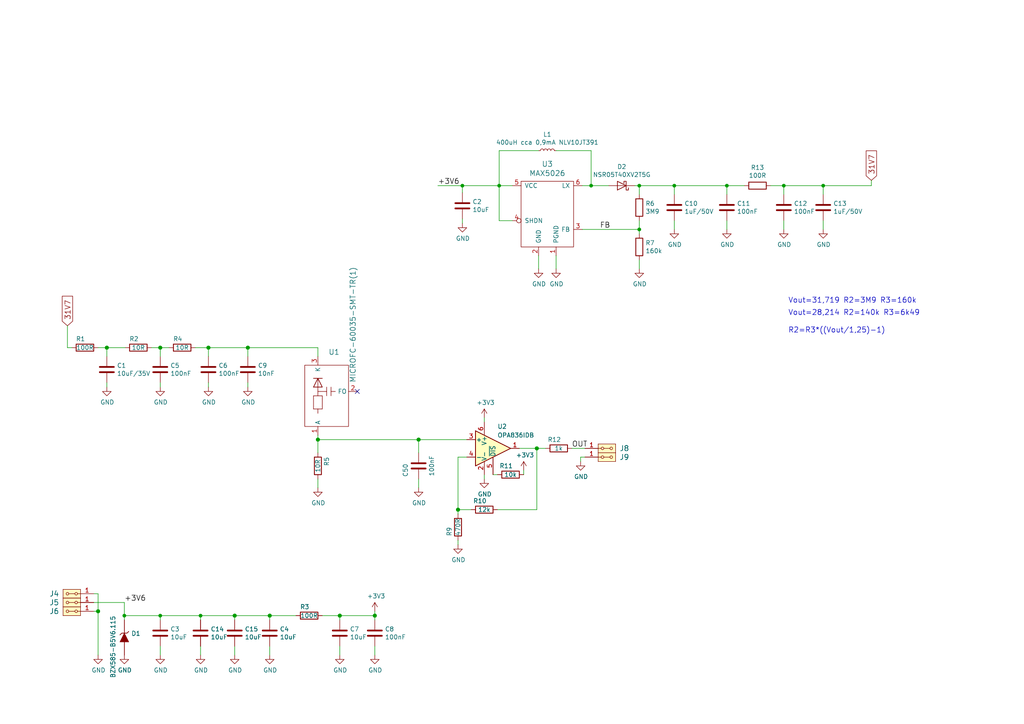
<source format=kicad_sch>
(kicad_sch (version 20211123) (generator eeschema)
  (paper "A4")
  (title_block (title "SIPM02C") (date "2022-04-02") (company "Mlab www.mlab.cz") (comment 2 "Silicon photomultiplier interface module") (comment 3 "nickname <email@example.com>"))
  (lib_symbols
    (symbol "Amplifier_Operational:OPA847xDBV" (pin_names (offset 0.127))
      (property "Reference" "U" (at -1.27 6.35 0))
      (property "Value" "OPA847xDBV" (at -1.27 3.81 0))
      (symbol "OPA847xDBV_0_1"
        (polyline (pts (xy -5.08 5.08) (xy 5.08 0) (xy -5.08 -5.08) (xy -5.08 5.08)) (stroke (width 0.254)) (fill (type background)))
        (pin power_in line (at -2.54 -7.62 90) (length 3.81) (name "V-") (number "2"))
        (pin power_in line (at -2.54 7.62 270) (length 3.81) (name "V+") (number "6"))
      )
      (symbol "OPA847xDBV_1_1"
        (pin output line (at 7.62 0 180) (length 2.54) (name "~") (number "1"))
        (pin input line (at -7.62 2.54 0) (length 2.54) (name "+") (number "3"))
        (pin input line (at -7.62 -2.54 0) (length 2.54) (name "-") (number "4"))
        (pin input line (at 0 -7.62 90) (length 5.08) (name "~{DIS}") (number "5"))
      )
    )
    (symbol "Device:C" (pin_numbers hide) (pin_names (offset 0.254))
      (property "Reference" "C" (at 0.635 2.54 0))
      (property "Value" "C" (at 0.635 -2.54 0))
      (symbol "C_0_1"
        (polyline (pts (xy -2.032 -0.762) (xy 2.032 -0.762)) (stroke (width 0.508)))
        (polyline (pts (xy -2.032 0.762) (xy 2.032 0.762)) (stroke (width 0.508)))
      )
      (symbol "C_1_1"
        (pin passive line (at 0 3.81 270) (length 2.794) (name "~") (number "1"))
        (pin passive line (at 0 -3.81 90) (length 2.794) (name "~") (number "2"))
      )
    )
    (symbol "Device:R" (pin_numbers hide) (pin_names (offset 0))
      (property "Reference" "R" (at 2.032 0 90))
      (property "Value" "R" (at 0 0 90))
      (symbol "R_0_1"
        (rectangle (start -1.016 -2.54) (end 1.016 2.54) (stroke (width 0.254)))
      )
      (symbol "R_1_1"
        (pin passive line (at 0 3.81 270) (length 1.27) (name "~") (number "1"))
        (pin passive line (at 0 -3.81 90) (length 1.27) (name "~") (number "2"))
      )
    )
    (symbol "MLAB_D:D_ZENER" (pin_numbers hide) (pin_names (offset 1.016) hide)
      (property "Reference" "D" (at 0 2.54 0))
      (property "Value" "D_ZENER" (at 0 -2.54 0))
      (symbol "D_ZENER_0_1"
        (polyline (pts (xy -1.778 1.27) (xy -1.27 0.762) (xy -1.27 -0.762) (xy -0.762 -1.27) (xy -0.762 -1.27)) (stroke (width 0.2032)))
        (polyline (pts (xy -1.27 0) (xy 1.27 1.27) (xy 1.27 -1.27) (xy -1.27 0) (xy -1.27 0)) (fill (type outline)))
      )
      (symbol "D_ZENER_1_1"
        (pin passive line (at -5.08 0 0) (length 3.81) (name "K") (number "1"))
        (pin passive line (at 5.08 0 180) (length 3.81) (name "A") (number "2"))
      )
    )
    (symbol "MLAB_HEADER:HEADER_2x01_PARALLEL" (pin_names (offset 1.016))
      (property "Reference" "J" (at 0 -2.54 0))
      (property "Value" "HEADER_2x01_PARALLEL" (at 0 2.54 0))
      (symbol "HEADER_2x01_PARALLEL_0_1"
        (rectangle (start -2.54 1.27) (end 2.54 -1.27) (fill (type background)))
        (circle (center -1.27 0) (radius 0.381))
        (polyline (pts (xy -1.651 0) (xy -2.54 0)))
        (polyline (pts (xy -0.889 0) (xy 0.889 0)))
        (circle (center 1.27 0) (radius 0.381))
      )
      (symbol "HEADER_2x01_PARALLEL_1_1"
        (pin input line (at -6.35 0 0) (length 3.81) (name "~") (number "1"))
        (pin input line (at -6.35 0 0) (length 3.81) hide (name "~") (number "2"))
      )
    )
    (symbol "MLAB_IO:MICROFC-60035-SMT-TR(1)"
      (property "Reference" "U" (at 12.7 -3.81 0))
      (property "Value" "MICROFC-60035-SMT-TR(1)" (at 24.13 -11.43 0))
      (symbol "MICROFC-60035-SMT-TR(1)_0_1"
        (rectangle (start -3.81 7.62) (end 8.89 -10.16))
        (rectangle (start -1.27 -1.27) (end 1.27 -1.27))
        (rectangle (start -1.27 2.54) (end -1.27 -1.27))
        (rectangle (start 0 -3.81) (end 0 -1.27))
        (rectangle (start 0 -2.54) (end 2.54 -2.54))
        (rectangle (start 0 2.54) (end 0 3.81))
        (rectangle (start 1.27 2.54) (end -1.27 2.54))
        (rectangle (start 1.27 2.54) (end 1.27 -1.27))
        (rectangle (start 2.54 -2.54) (end 2.54 -3.81))
        (rectangle (start 2.54 -1.27) (end 2.54 -2.54))
        (rectangle (start 3.81 -2.54) (end 5.08 -2.54))
        (rectangle (start 3.81 -1.27) (end 3.81 -3.81))
      )
      (symbol "MICROFC-60035-SMT-TR(1)_1_1"
        (polyline (pts (xy -1.27 -6.35) (xy 1.27 -6.35)) (stroke (width 0.2032)))
        (polyline (pts (xy 0 -3.81) (xy 0 -6.35)))
        (polyline (pts (xy -1.27 -3.81) (xy 1.27 -3.81) (xy 0 -6.35) (xy -1.27 -3.81)) (stroke (width 0.2032)))
        (pin passive line (at 0 10.16 270) (length 2.54) (name "A") (number "1"))
        (pin passive line (at 11.43 -2.54 180) (length 2.54) (name "FO") (number "2"))
        (pin passive line (at 0 -12.7 90) (length 2.54) (name "K") (number "3"))
        (pin passive line (at 5.08 -3.81 270) (length 2.54) hide (name "NC") (number "4"))
      )
    )
    (symbol "STEPUPDC01A-rescue:C-Device" (pin_numbers hide) (pin_names (offset 0.254))
      (property "Reference" "C" (at 0.635 2.54 0))
      (property "Value" "C-Device" (at 0.635 -2.54 0))
      (symbol "C-Device_0_1"
        (polyline (pts (xy -2.032 -0.762) (xy 2.032 -0.762)) (stroke (width 0.508)))
        (polyline (pts (xy -2.032 0.762) (xy 2.032 0.762)) (stroke (width 0.508)))
      )
      (symbol "C-Device_1_1"
        (pin passive line (at 0 3.81 270) (length 2.794) (name "~") (number "1"))
        (pin passive line (at 0 -3.81 90) (length 2.794) (name "~") (number "2"))
      )
    )
    (symbol "STEPUPDC01A-rescue:D_Schottky-Device" (pin_numbers hide) (pin_names (offset 1.016) hide)
      (property "Reference" "D" (at 0 2.54 0))
      (property "Value" "D_Schottky-Device" (at 0 -2.54 0))
      (symbol "D_Schottky-Device_0_1"
        (polyline (pts (xy 1.27 0) (xy -1.27 0)))
        (polyline (pts (xy 1.27 1.27) (xy 1.27 -1.27) (xy -1.27 0) (xy 1.27 1.27)) (stroke (width 0.2032)))
        (polyline (pts (xy -1.905 0.635) (xy -1.905 1.27) (xy -1.27 1.27) (xy -1.27 -1.27) (xy -0.635 -1.27) (xy -0.635 -0.635)) (stroke (width 0.2032)))
      )
      (symbol "D_Schottky-Device_1_1"
        (pin passive line (at -3.81 0 0) (length 2.54) (name "K") (number "1"))
        (pin passive line (at 3.81 0 180) (length 2.54) (name "A") (number "2"))
      )
    )
    (symbol "STEPUPDC01A-rescue:GND-power" (power) (pin_names (offset 0))
      (property "Value" "GND-power" (at 0 -3.81 0))
      (symbol "GND-power_0_1"
        (polyline (pts (xy 0 0) (xy 0 -1.27) (xy 1.27 -1.27) (xy 0 -2.54) (xy -1.27 -1.27) (xy 0 -1.27)))
      )
      (symbol "GND-power_1_1"
        (pin power_in line (at 0 0 270) (length 0) hide (name "GND") (number "1"))
      )
    )
    (symbol "STEPUPDC01A-rescue:L_Small-Device" (pin_numbers hide) (pin_names (offset 0.254) hide)
      (property "Reference" "L" (at 0.762 1.016 0))
      (property "Value" "L_Small-Device" (at 0.762 -1.016 0))
      (symbol "L_Small-Device_0_1"
        (arc (start 0 -2.032) (mid 0.508 -1.524) (end 0 -1.016))
        (arc (start 0 -1.016) (mid 0.508 -0.508) (end 0 0))
        (arc (start 0 0) (mid 0.508 0.508) (end 0 1.016))
        (arc (start 0 1.016) (mid 0.508 1.524) (end 0 2.032))
      )
      (symbol "L_Small-Device_1_1"
        (pin passive line (at 0 2.54 270) (length 0.508) (name "~") (number "1"))
        (pin passive line (at 0 -2.54 90) (length 0.508) (name "~") (number "2"))
      )
    )
    (symbol "STEPUPDC01A-rescue:MAX5026-MLAB_IO" (pin_names (offset 1.016))
      (property "Reference" "U" (at -5.08 10.16 0))
      (property "Value" "MAX5026-MLAB_IO" (at 1.27 2.54 0))
      (symbol "MAX5026-MLAB_IO_0_1"
        (rectangle (start -7.62 8.89) (end 7.62 -10.16))
      )
      (symbol "MAX5026-MLAB_IO_1_1"
        (pin unspecified line (at 2.54 -12.7 90) (length 2.54) (name "PGND") (number "1"))
        (pin unspecified line (at -2.54 -12.7 90) (length 2.54) (name "GND") (number "2"))
        (pin unspecified line (at 10.16 -5.08 180) (length 2.54) (name "FB") (number "3"))
        (pin unspecified inverted (at -10.16 -2.54 0) (length 2.54) (name "SHDN") (number "4"))
        (pin unspecified line (at -10.16 7.62 0) (length 2.54) (name "VCC") (number "5"))
        (pin unspecified line (at 10.16 7.62 180) (length 2.54) (name "LX") (number "6"))
      )
    )
    (symbol "STEPUPDC01A-rescue:R-Device" (pin_numbers hide) (pin_names (offset 0))
      (property "Reference" "R" (at 2.032 0 90))
      (property "Value" "R-Device" (at 0 0 90))
      (symbol "R-Device_0_1"
        (rectangle (start -1.016 -2.54) (end 1.016 2.54) (stroke (width 0.254)))
      )
      (symbol "R-Device_1_1"
        (pin passive line (at 0 3.81 270) (length 1.27) (name "~") (number "1"))
        (pin passive line (at 0 -3.81 90) (length 1.27) (name "~") (number "2"))
      )
    )
    (symbol "power:+3.3V" (power) (pin_names (offset 0))
      (property "Value" "+3.3V" (at 0 3.556 0))
      (symbol "+3.3V_0_1"
        (polyline (pts (xy -0.762 1.27) (xy 0 2.54)))
        (polyline (pts (xy 0 0) (xy 0 2.54)))
        (polyline (pts (xy 0 2.54) (xy 0.762 1.27)))
      )
      (symbol "+3.3V_1_1"
        (pin power_in line (at 0 0 90) (length 0) hide (name "+3V3") (number "1"))
      )
    )
    (symbol "power:GND" (power) (pin_names (offset 0))
      (property "Value" "GND" (at 0 -3.81 0))
      (symbol "GND_0_1"
        (polyline (pts (xy 0 0) (xy 0 -1.27) (xy 1.27 -1.27) (xy 0 -2.54) (xy -1.27 -1.27) (xy 0 -1.27)))
      )
      (symbol "GND_1_1"
        (pin power_in line (at 0 0 270) (length 0) hide (name "GND") (number "1"))
      )
    )
  )
  (junction (at 195.58 53.848))
  (junction (at 227.33 53.848))
  (junction (at 185.42 66.548))
  (junction (at 121.412 127.508) (diameter 1.016))
  (junction (at 60.452 100.838) (diameter 1.016))
  (junction (at 144.78 53.848))
  (junction (at 98.552 178.562) (diameter 1.016))
  (junction (at 134.112 53.848))
  (junction (at 68.072 178.562) (diameter 1.016))
  (junction (at 30.988 100.838) (diameter 1.016))
  (junction (at 185.42 53.848))
  (junction (at 46.482 100.838) (diameter 1.016))
  (junction (at 238.76 53.848))
  (junction (at 92.202 127.508) (diameter 1.016))
  (junction (at 210.82 53.848))
  (junction (at 36.068 178.562))
  (junction (at 155.702 130.048) (diameter 1.016))
  (junction (at 78.232 178.562) (diameter 1.016))
  (junction (at 132.842 147.828) (diameter 1.016))
  (junction (at 171.45 53.848))
  (junction (at 46.482 178.562))
  (junction (at 28.448 177.292) (diameter 1.016))
  (junction (at 108.712 178.562) (diameter 1.016))
  (junction (at 58.166 178.562))
  (junction (at 71.882 100.838) (diameter 1.016))
  (no_connect (at 103.632 113.538))
  (wire (pts (xy 168.91 66.548) (xy 185.42 66.548)))
  (wire (pts (xy 185.42 53.848) (xy 185.42 56.388)))
  (wire (pts (xy 46.482 103.378) (xy 46.482 100.838)))
  (wire (pts (xy 71.882 112.268) (xy 71.882 110.998)))
  (wire (pts (xy 19.558 94.488) (xy 19.558 100.838)))
  (wire (pts (xy 30.988 112.268) (xy 30.988 110.998)))
  (wire (pts (xy 132.842 157.988) (xy 132.842 156.718)))
  (wire (pts (xy 165.862 130.048) (xy 169.672 130.048)))
  (wire (pts (xy 210.82 56.388) (xy 210.82 53.848)))
  (wire (pts (xy 151.892 137.668) (xy 151.892 136.398)))
  (wire (pts (xy 78.232 178.562) (xy 68.072 178.562)))
  (wire (pts (xy 227.33 56.388) (xy 227.33 53.848)))
  (wire (pts (xy 227.33 66.548) (xy 227.33 64.008)))
  (wire (pts (xy 252.73 53.848) (xy 238.76 53.848)))
  (wire (pts (xy 195.58 66.548) (xy 195.58 64.008)))
  (wire (pts (xy 85.852 178.562) (xy 78.232 178.562)))
  (wire (pts (xy 60.452 100.838) (xy 71.882 100.838)))
  (wire (pts (xy 92.202 127.508) (xy 92.202 131.318)))
  (wire (pts (xy 161.29 77.978) (xy 161.29 74.168)))
  (wire (pts (xy 92.202 127.508) (xy 121.412 127.508)))
  (wire (pts (xy 144.272 147.828) (xy 155.702 147.828)))
  (wire (pts (xy 143.002 137.668) (xy 144.272 137.668)))
  (wire (pts (xy 144.78 53.848) (xy 144.78 64.008)))
  (wire (pts (xy 144.78 53.848) (xy 134.112 53.848)))
  (wire (pts (xy 195.58 53.848) (xy 210.82 53.848)))
  (wire (pts (xy 150.622 130.048) (xy 155.702 130.048)))
  (wire (pts (xy 171.45 43.688) (xy 171.45 53.848)))
  (wire (pts (xy 28.448 177.292) (xy 28.448 189.992)))
  (wire (pts (xy 92.202 141.478) (xy 92.202 138.938)))
  (wire (pts (xy 108.712 189.992) (xy 108.712 187.452)))
  (wire (pts (xy 20.828 100.838) (xy 19.558 100.838)))
  (wire (pts (xy 135.382 132.588) (xy 132.842 132.588)))
  (wire (pts (xy 144.78 53.848) (xy 148.59 53.848)))
  (wire (pts (xy 136.652 147.828) (xy 132.842 147.828)))
  (wire (pts (xy 121.412 127.508) (xy 135.382 127.508)))
  (wire (pts (xy 36.068 178.562) (xy 46.482 178.562)))
  (wire (pts (xy 36.068 178.562) (xy 36.068 179.832)))
  (wire (pts (xy 36.068 174.752) (xy 36.068 178.562)))
  (wire (pts (xy 43.942 100.838) (xy 46.482 100.838)))
  (wire (pts (xy 223.52 53.848) (xy 227.33 53.848)))
  (wire (pts (xy 58.166 179.832) (xy 58.166 178.562)))
  (wire (pts (xy 156.21 43.688) (xy 144.78 43.688)))
  (wire (pts (xy 140.462 122.428) (xy 140.462 121.158)))
  (wire (pts (xy 60.452 112.268) (xy 60.452 110.998)))
  (wire (pts (xy 71.882 103.378) (xy 71.882 100.838)))
  (wire (pts (xy 168.402 132.588) (xy 168.402 133.858)))
  (wire (pts (xy 60.452 103.378) (xy 60.452 100.838)))
  (wire (pts (xy 71.882 100.838) (xy 92.202 100.838)))
  (wire (pts (xy 184.15 53.848) (xy 185.42 53.848)))
  (wire (pts (xy 171.45 53.848) (xy 176.53 53.848)))
  (wire (pts (xy 169.672 132.588) (xy 168.402 132.588)))
  (wire (pts (xy 28.448 172.212) (xy 28.448 177.292)))
  (wire (pts (xy 168.91 53.848) (xy 171.45 53.848)))
  (wire (pts (xy 108.712 178.562) (xy 108.712 179.832)))
  (wire (pts (xy 140.462 138.938) (xy 140.462 137.668)))
  (wire (pts (xy 93.472 178.562) (xy 98.552 178.562)))
  (wire (pts (xy 134.112 53.848) (xy 134.112 55.88)))
  (wire (pts (xy 252.73 53.848) (xy 252.73 52.324)))
  (wire (pts (xy 78.232 189.992) (xy 78.232 187.452)))
  (wire (pts (xy 210.82 53.848) (xy 215.9 53.848)))
  (wire (pts (xy 46.482 100.838) (xy 49.022 100.838)))
  (wire (pts (xy 58.166 178.562) (xy 68.072 178.562)))
  (wire (pts (xy 144.78 64.008) (xy 148.59 64.008)))
  (wire (pts (xy 46.482 110.998) (xy 46.482 112.268)))
  (wire (pts (xy 134.112 64.77) (xy 134.112 63.5)))
  (wire (pts (xy 27.178 174.752) (xy 36.068 174.752)))
  (wire (pts (xy 185.42 66.548) (xy 185.42 67.818)))
  (wire (pts (xy 46.482 178.562) (xy 58.166 178.562)))
  (wire (pts (xy 78.232 178.562) (xy 78.232 179.832)))
  (wire (pts (xy 238.76 66.548) (xy 238.76 64.008)))
  (wire (pts (xy 121.412 127.508) (xy 121.412 131.318)))
  (wire (pts (xy 185.42 64.008) (xy 185.42 66.548)))
  (wire (pts (xy 46.482 179.832) (xy 46.482 178.562)))
  (wire (pts (xy 30.988 100.838) (xy 36.322 100.838)))
  (wire (pts (xy 144.78 43.688) (xy 144.78 53.848)))
  (wire (pts (xy 210.82 66.548) (xy 210.82 64.008)))
  (wire (pts (xy 161.29 43.688) (xy 171.45 43.688)))
  (wire (pts (xy 155.702 147.828) (xy 155.702 130.048)))
  (wire (pts (xy 227.33 53.848) (xy 238.76 53.848)))
  (wire (pts (xy 195.58 56.388) (xy 195.58 53.848)))
  (wire (pts (xy 98.552 179.832) (xy 98.552 178.562)))
  (wire (pts (xy 92.202 127.508) (xy 92.202 126.238)))
  (wire (pts (xy 56.642 100.838) (xy 60.452 100.838)))
  (wire (pts (xy 185.42 75.438) (xy 185.42 77.978)))
  (wire (pts (xy 27.178 177.292) (xy 28.448 177.292)))
  (wire (pts (xy 98.552 189.992) (xy 98.552 187.452)))
  (wire (pts (xy 132.842 147.828) (xy 132.842 149.098)))
  (wire (pts (xy 155.702 130.048) (xy 158.242 130.048)))
  (wire (pts (xy 46.482 189.992) (xy 46.482 187.452)))
  (wire (pts (xy 58.166 189.992) (xy 58.166 187.452)))
  (wire (pts (xy 156.21 77.978) (xy 156.21 74.168)))
  (wire (pts (xy 132.842 132.588) (xy 132.842 147.828)))
  (wire (pts (xy 98.552 178.562) (xy 108.712 178.562)))
  (wire (pts (xy 238.76 53.848) (xy 238.76 56.388)))
  (wire (pts (xy 28.448 100.838) (xy 30.988 100.838)))
  (wire (pts (xy 121.412 141.478) (xy 121.412 138.938)))
  (wire (pts (xy 127 53.848) (xy 134.112 53.848)))
  (wire (pts (xy 68.072 189.992) (xy 68.072 187.452)))
  (wire (pts (xy 68.072 178.562) (xy 68.072 179.832)))
  (wire (pts (xy 30.988 103.378) (xy 30.988 100.838)))
  (wire (pts (xy 27.178 172.212) (xy 28.448 172.212)))
  (wire (pts (xy 185.42 53.848) (xy 195.58 53.848)))
  (wire (pts (xy 92.202 100.838) (xy 92.202 103.378)))
  (wire (pts (xy 108.712 177.292) (xy 108.712 178.562)))
  (text "Vout=28,214 R2=140k R3=6k49" (at 228.6 91.694 0) (effects (font (size 1.524 1.524)) (justify left bottom)))
  (text "R2=R3*((Vout/1,25)-1)" (at 228.6 96.774 0) (effects (font (size 1.524 1.524)) (justify left bottom)))
  (text "Vout=31,719 R2=3M9 R3=160k" (at 228.6 88.138 0) (effects (font (size 1.524 1.524)) (justify left bottom)))
  (label "+3V6" (at 127 53.848 0) (effects (font (size 1.524 1.524))))
  (label "FB" (at 173.99 66.548 0) (effects (font (size 1.524 1.524))))
  (label "OUT" (at 165.862 130.048 0) (effects (font (size 1.524 1.524))))
  (label "+3V6" (at 36.068 174.752 0) (effects (font (size 1.524 1.524))))
  (global_label "31V7" (shape input) (at 252.73 52.324 90) (effects (font (size 1.524 1.524))) (property "Intersheet References" "${INTERSHEET_REFS}" (effects hide)))
  (global_label "31V7" (shape input) (at 19.558 94.488 90) (effects (font (size 1.524 1.524))) (property "Intersheet References" "${INTERSHEET_REFS}" (effects hide)))
  (symbol (lib_id "MLAB_IO:MICROFC-60035-SMT-TR(1)") (at 92.202 116.078 0) (mirror x) (unit 1)
    (property "Reference" "U1" (at 98.552 102.108 0) (effects (font (size 1.524 1.524)) (justify right)))
    (property "Value" "MICROFC-60035-SMT-TR(1)" (at 102.362 110.998 90) (effects (font (size 1.524 1.524)) (justify right)))
    (property "Footprint" "Mlab_IO:MicroFC−60035−SMT" (effects hide))
    (property "UST_ID" "60f907411287500165a96c1e" (effects hide))
  )
  (symbol (lib_id "Device:R") (at 24.638 100.838 270) (unit 1)
    (property "Reference" "R1" (at 23.368 98.298 90))
    (property "Value" "100R" (at 24.638 100.838 90))
    (property "Footprint" "Resistor_SMD:R_0805_2012Metric" (effects hide))
    (property "UST_ID" "5c70984512875079b91f8977" (effects hide))
  )
  (symbol (lib_id "Device:R") (at 40.132 100.838 270) (unit 1)
    (property "Reference" "R2" (at 38.862 98.298 90))
    (property "Value" "10R" (at 40.132 100.838 90))
    (property "Footprint" "Resistor_SMD:R_0805_2012Metric" (effects hide))
    (property "UST_ID" "5c70984512875079b91f896d" (effects hide))
  )
  (symbol (lib_id "Device:C") (at 46.482 107.188 0) (unit 1)
    (property "Reference" "C5" (at 49.403 106.0196 0) (effects (justify left)))
    (property "Value" "100nF" (at 49.403 108.331 0) (effects (justify left)))
    (property "Footprint" "Capacitor_SMD:C_0805_2012Metric" (effects hide))
    (property "UST_ID" "5c70984712875079b91f8b4c" (effects hide))
  )
  (symbol (lib_id "Device:R") (at 52.832 100.838 270) (unit 1)
    (property "Reference" "R4" (at 51.562 98.298 90))
    (property "Value" "10R" (at 52.832 100.838 90))
    (property "Footprint" "Resistor_SMD:R_0805_2012Metric" (effects hide))
    (property "UST_ID" "5c70984512875079b91f896d" (effects hide))
  )
  (symbol (lib_id "Device:C") (at 60.452 107.188 0) (unit 1)
    (property "Reference" "C6" (at 63.373 106.0196 0) (effects (justify left)))
    (property "Value" "100nF" (at 63.373 108.331 0) (effects (justify left)))
    (property "Footprint" "Capacitor_SMD:C_0805_2012Metric" (effects hide))
    (property "UST_ID" "5c70984712875079b91f8b4c" (effects hide))
  )
  (symbol (lib_id "Device:C") (at 71.882 107.188 0) (unit 1)
    (property "Reference" "C9" (at 74.803 106.0196 0) (effects (justify left)))
    (property "Value" "10nF" (at 74.803 108.331 0) (effects (justify left)))
    (property "Footprint" "Capacitor_SMD:C_0805_2012Metric" (effects hide))
    (property "UST_ID" "5c70984712875079b91f8b49" (effects hide))
  )
  (symbol (lib_id "power:GND") (at 30.988 112.268 0) (unit 1)
    (property "Reference" "#PWR05" (effects hide))
    (property "Value" "GND" (at 31.115 116.6622 0))
  )
  (symbol (lib_id "power:GND") (at 46.482 112.268 0) (unit 1)
    (property "Reference" "#PWR09" (effects hide))
    (property "Value" "GND" (at 46.609 116.6622 0))
  )
  (symbol (lib_id "power:GND") (at 60.452 112.268 0) (unit 1)
    (property "Reference" "#PWR010" (effects hide))
    (property "Value" "GND" (at 60.579 116.6622 0))
  )
  (symbol (lib_id "power:GND") (at 71.882 112.268 0) (unit 1)
    (property "Reference" "#PWR014" (effects hide))
    (property "Value" "GND" (at 72.009 116.6622 0))
  )
  (symbol (lib_id "MLAB_HEADER:HEADER_2x01_PARALLEL") (at 20.828 172.212 180) (unit 1)
    (property "Reference" "J4" (at 15.748 172.212 0) (effects (font (size 1.524 1.524))))
    (property "Value" "HEADER_2x01_PARALLEL" (effects hide))
    (property "Footprint" "Mlab_Pin_Headers:Straight_2x01" (effects hide))
  )
  (symbol (lib_id "Device:R") (at 92.202 135.128 180) (unit 1)
    (property "Reference" "R5" (at 94.742 133.858 90))
    (property "Value" "10R" (at 92.202 135.128 90))
    (property "Footprint" "Resistor_SMD:R_0805_2012Metric" (effects hide))
    (property "UST_ID" "5c70984512875079b91f896d" (effects hide))
  )
  (symbol (lib_id "power:GND") (at 68.072 189.992 0) (unit 1)
    (property "Reference" "#PWR07" (effects hide))
    (property "Value" "GND" (at 68.199 194.3862 0))
  )
  (symbol (lib_id "MLAB_HEADER:HEADER_2x01_PARALLEL") (at 176.022 132.588 0) (unit 1)
    (property "Reference" "J9" (at 181.102 132.588 0) (effects (font (size 1.524 1.524))))
    (property "Value" "HEADER_2x01_PARALLEL" (effects hide))
    (property "Footprint" "Mlab_Pin_Headers:Straight_2x01" (effects hide))
  )
  (symbol (lib_id "power:GND") (at 168.402 133.858 0) (unit 1)
    (property "Reference" "#PWR022" (effects hide))
    (property "Value" "GND" (at 168.529 138.2522 0))
  )
  (symbol (lib_id "Device:C") (at 121.412 135.128 0) (unit 1)
    (property "Reference" "C50" (at 117.602 136.398 90))
    (property "Value" "100nF" (at 125.222 135.128 90))
    (property "Footprint" "Capacitor_SMD:C_0805_2012Metric" (effects hide))
    (property "UST_ID" "5c70984712875079b91f8b4c" (effects hide))
  )
  (symbol (lib_id "Amplifier_Operational:OPA847xDBV") (at 143.002 130.048 0) (unit 1)
    (property "Reference" "U2" (at 144.272 123.698 0) (effects (justify left)))
    (property "Value" "OPA836IDB" (at 144.272 126.238 0) (effects (justify left)))
    (property "Footprint" "Package_TO_SOT_SMD:SOT-23-6" (effects hide))
    (property "Datasheet" "http://www.ti.com/lit/ds/symlink/opa847.pdf" (effects hide))
    (property "UST_ID" "5c7273171287500b4e112ff8" (effects hide))
  )
  (symbol (lib_id "Device:R") (at 132.842 152.908 0) (unit 1)
    (property "Reference" "R9" (at 130.302 154.178 90))
    (property "Value" "470R" (at 132.842 152.908 90))
    (property "Footprint" "Resistor_SMD:R_0805_2012Metric" (effects hide))
    (property "UST_ID" "5c70984512875079b91f8986" (effects hide))
  )
  (symbol (lib_id "power:GND") (at 140.462 138.938 0) (unit 1)
    (property "Reference" "#PWR020" (effects hide))
    (property "Value" "GND" (at 140.589 143.3322 0))
  )
  (symbol (lib_id "Device:R") (at 148.082 137.668 270) (unit 1)
    (property "Reference" "R11" (at 146.812 135.128 90))
    (property "Value" "10k" (at 148.082 137.668 90))
    (property "Footprint" "Resistor_SMD:R_0805_2012Metric" (effects hide))
    (property "UST_ID" "5c70984612875079b91f899f" (effects hide))
  )
  (symbol (lib_id "Device:R") (at 140.462 147.828 270) (unit 1)
    (property "Reference" "R10" (at 139.192 145.288 90))
    (property "Value" "12k" (at 140.462 147.828 90))
    (property "Footprint" "Resistor_SMD:R_0805_2012Metric" (effects hide))
    (property "UST_ID" "5c70984612875079b91f89a1" (effects hide))
  )
  (symbol (lib_id "power:GND") (at 132.842 157.988 0) (unit 1)
    (property "Reference" "#PWR018" (effects hide))
    (property "Value" "GND" (at 132.969 162.3822 0))
  )
  (symbol (lib_id "Device:R") (at 162.052 130.048 270) (unit 1)
    (property "Reference" "R12" (at 160.782 127.508 90))
    (property "Value" "1k" (at 162.052 130.048 90))
    (property "Footprint" "Resistor_SMD:R_0805_2012Metric" (effects hide))
    (property "UST_ID" "5c70984512875079b91f898c" (effects hide))
  )
  (symbol (lib_id "power:+3.3V") (at 151.892 136.398 0) (unit 1)
    (property "Reference" "#PWR021" (effects hide))
    (property "Value" "+3.3V" (at 152.273 132.0038 0))
  )
  (symbol (lib_id "power:+3.3V") (at 140.462 121.158 0) (unit 1)
    (property "Reference" "#PWR019" (effects hide))
    (property "Value" "+3.3V" (at 140.843 116.7638 0))
  )
  (symbol (lib_id "power:GND") (at 121.412 141.478 0) (unit 1)
    (property "Reference" "#PWR017" (effects hide))
    (property "Value" "GND" (at 121.539 145.8722 0))
  )
  (symbol (lib_id "Device:C") (at 78.232 183.642 0) (unit 1)
    (property "Reference" "C4" (at 81.153 182.4736 0) (effects (justify left)))
    (property "Value" "10uF" (at 81.153 184.785 0) (effects (justify left)))
    (property "Footprint" "Capacitor_SMD:C_0805_2012Metric" (effects hide))
    (property "UST_ID" "5c70984712875079b91f8b53" (effects hide))
  )
  (symbol (lib_id "Device:C") (at 108.712 183.642 0) (unit 1)
    (property "Reference" "C8" (at 111.633 182.4736 0) (effects (justify left)))
    (property "Value" "100nF" (at 111.633 184.785 0) (effects (justify left)))
    (property "Footprint" "Capacitor_SMD:C_0805_2012Metric" (effects hide))
    (property "UST_ID" "5c70984712875079b91f8b4c" (effects hide))
  )
  (symbol (lib_id "Device:C") (at 98.552 183.642 0) (unit 1)
    (property "Reference" "C7" (at 101.473 182.4736 0) (effects (justify left)))
    (property "Value" "10uF" (at 101.473 184.785 0) (effects (justify left)))
    (property "Footprint" "Capacitor_SMD:C_0805_2012Metric" (effects hide))
    (property "UST_ID" "5c70984712875079b91f8b53" (effects hide))
  )
  (symbol (lib_id "Device:R") (at 89.662 178.562 270) (unit 1)
    (property "Reference" "R3" (at 88.392 176.022 90))
    (property "Value" "100R" (at 89.662 178.562 90))
    (property "Footprint" "Resistor_SMD:R_0805_2012Metric" (effects hide))
    (property "UST_ID" "5c70984512875079b91f8977" (effects hide))
  )
  (symbol (lib_id "power:+3.3V") (at 108.712 177.292 0) (unit 1)
    (property "Reference" "#PWR012" (effects hide))
    (property "Value" "+3.3V" (at 109.093 172.8978 0))
  )
  (symbol (lib_id "power:GND") (at 78.232 189.992 0) (unit 1)
    (property "Reference" "#PWR08" (effects hide))
    (property "Value" "GND" (at 78.359 194.3862 0))
  )
  (symbol (lib_id "power:GND") (at 98.552 189.992 0) (unit 1)
    (property "Reference" "#PWR011" (effects hide))
    (property "Value" "GND" (at 98.679 194.3862 0))
  )
  (symbol (lib_id "power:GND") (at 108.712 189.992 0) (unit 1)
    (property "Reference" "#PWR013" (effects hide))
    (property "Value" "GND" (at 108.839 194.3862 0))
  )
  (symbol (lib_id "MLAB_HEADER:HEADER_2x01_PARALLEL") (at 176.022 130.048 0) (unit 1)
    (property "Reference" "J8" (at 181.102 130.048 0) (effects (font (size 1.524 1.524))))
    (property "Value" "HEADER_2x01_PARALLEL" (effects hide))
    (property "Footprint" "Mlab_Pin_Headers:Straight_2x01" (effects hide))
  )
  (symbol (lib_id "power:GND") (at 36.068 189.992 0) (unit 1)
    (property "Reference" "#PWR04" (effects hide))
    (property "Value" "GND" (at 36.195 194.3862 0))
  )
  (symbol (lib_id "MLAB_HEADER:HEADER_2x01_PARALLEL") (at 20.828 174.752 180) (unit 1)
    (property "Reference" "J5" (at 15.748 174.752 0) (effects (font (size 1.524 1.524))))
    (property "Value" "HEADER_2x01_PARALLEL" (effects hide))
    (property "Footprint" "Mlab_Pin_Headers:Straight_2x01" (effects hide))
  )
  (symbol (lib_id "power:GND") (at 28.448 189.992 0) (unit 1)
    (property "Reference" "#PWR03" (effects hide))
    (property "Value" "GND" (at 28.575 194.3862 0))
  )
  (symbol (lib_id "MLAB_HEADER:HEADER_2x01_PARALLEL") (at 20.828 177.292 180) (unit 1)
    (property "Reference" "J6" (at 15.748 177.292 0) (effects (font (size 1.524 1.524))))
    (property "Value" "HEADER_2x01_PARALLEL" (effects hide))
    (property "Footprint" "Mlab_Pin_Headers:Straight_2x01" (effects hide))
  )
  (symbol (lib_id "power:GND") (at 92.202 141.478 0) (unit 1)
    (property "Reference" "#PWR015" (effects hide))
    (property "Value" "GND" (at 92.329 145.8722 0))
  )
  (symbol (lib_id "STEPUPDC01A-rescue:GND-power") (at 161.29 77.978 0) (unit 1)
    (property "Reference" "#PWR06" (effects hide))
    (property "Value" "GND" (at 161.417 82.3722 0))
  )
  (symbol (lib_id "Device:C") (at 68.072 183.642 0) (unit 1)
    (property "Reference" "C15" (at 70.993 182.4736 0) (effects (justify left)))
    (property "Value" "10uF" (at 70.993 184.785 0) (effects (justify left)))
    (property "Footprint" "Capacitor_SMD:C_0805_2012Metric" (effects hide))
    (property "UST_ID" "5c70984712875079b91f8b53" (effects hide))
  )
  (symbol (lib_id "STEPUPDC01A-rescue:R-Device") (at 185.42 60.198 0) (unit 1)
    (property "Reference" "R6" (at 187.198 59.0296 0) (effects (justify left)))
    (property "Value" "3M9" (at 187.198 61.341 0) (effects (justify left)))
    (property "Footprint" "Resistor_SMD:R_0805_2012Metric" (effects hide))
    (property "UST_ID" "62c7d4f48c8e243169d1938e" (effects hide))
  )
  (symbol (lib_id "STEPUPDC01A-rescue:C-Device") (at 227.33 60.198 0) (unit 1)
    (property "Reference" "C12" (at 230.251 59.0296 0) (effects (justify left)))
    (property "Value" "100nF" (at 230.251 61.341 0) (effects (justify left)))
    (property "Footprint" "Capacitor_SMD:C_0805_2012Metric" (effects hide))
    (property "UST_ID" "5c70984712875079b91f8b4c" (effects hide))
  )
  (symbol (lib_id "STEPUPDC01A-rescue:D_Schottky-Device") (at 180.34 53.848 180) (unit 1)
    (property "Reference" "D2" (at 180.34 48.3616 0))
    (property "Value" "NSR05T40XV2T5G" (at 180.34 50.673 0))
    (property "Footprint" "Diode_SMD:D_SOD-523" (effects hide))
    (property "Datasheet" "https://www.onsemi.com/pdf/datasheet/nsr05t40xv2-d.pdf" (effects hide))
    (property "UST_ID" "5c70984712875079b91f8b7b" (effects hide))
  )
  (symbol (lib_id "STEPUPDC01A-rescue:GND-power") (at 238.76 66.548 0) (unit 1)
    (property "Reference" "#PWR027" (effects hide))
    (property "Value" "GND" (at 238.887 70.9422 0))
  )
  (symbol (lib_id "Device:C") (at 46.482 183.642 0) (unit 1)
    (property "Reference" "C3" (at 49.403 182.4736 0) (effects (justify left)))
    (property "Value" "10uF" (at 49.403 184.785 0) (effects (justify left)))
    (property "Footprint" "Capacitor_SMD:C_0805_2012Metric" (effects hide))
    (property "UST_ID" "5c70984712875079b91f8b53" (effects hide))
  )
  (symbol (lib_id "power:GND") (at 58.166 189.992 0) (unit 1)
    (property "Reference" "#PWR0101" (effects hide))
    (property "Value" "GND" (at 58.293 194.3862 0))
  )
  (symbol (lib_id "STEPUPDC01A-rescue:GND-power") (at 195.58 66.548 0) (unit 1)
    (property "Reference" "#PWR024" (effects hide))
    (property "Value" "GND" (at 195.707 70.9422 0))
  )
  (symbol (lib_id "STEPUPDC01A-rescue:MAX5026-MLAB_IO") (at 158.75 61.468 0) (unit 1)
    (property "Reference" "U3" (at 158.75 47.5742 0) (effects (font (size 1.524 1.524))))
    (property "Value" "MAX5026" (at 158.75 50.2666 0) (effects (font (size 1.524 1.524))))
    (property "Footprint" "Package_TO_SOT_SMD:SOT-23-6_Handsoldering" (effects hide))
    (property "Datasheet" "https://datasheets.maximintegrated.com/en/ds/MAX5025-MAX5028.pdf" (effects hide))
    (property "UST_ID" "5c70984712875079b91f8b7c" (effects hide))
  )
  (symbol (lib_id "Device:C") (at 30.988 107.188 0) (unit 1)
    (property "Reference" "C1" (at 33.909 106.0196 0) (effects (justify left)))
    (property "Value" "10uF/35V" (at 33.909 108.331 0) (effects (justify left)))
    (property "Footprint" "Capacitor_SMD:C_0805_2012Metric" (effects hide))
    (property "UST_ID" "628d183cdc56076e9a223682" (effects hide))
  )
  (symbol (lib_id "MLAB_D:D_ZENER") (at 36.068 184.912 270) (unit 1)
    (property "Reference" "D1" (at 38.0746 183.7436 90) (effects (justify left)))
    (property "Value" "BZX585-B5V6.115" (at 32.766 178.562 0) (effects (justify left)))
    (property "Footprint" "Diode_SMD:D_SOD-523" (effects hide))
    (property "UST_ID" "60879d38128750769ee58e48" (effects hide))
  )
  (symbol (lib_id "STEPUPDC01A-rescue:C-Device") (at 210.82 60.198 0) (unit 1)
    (property "Reference" "C11" (at 213.741 59.0296 0) (effects (justify left)))
    (property "Value" "100nF" (at 213.741 61.341 0) (effects (justify left)))
    (property "Footprint" "Capacitor_SMD:C_0805_2012Metric" (effects hide))
    (property "UST_ID" "5c70984712875079b91f8b4c" (effects hide))
  )
  (symbol (lib_id "STEPUPDC01A-rescue:C-Device") (at 134.112 59.69 0) (unit 1)
    (property "Reference" "C2" (at 137.033 58.5216 0) (effects (justify left)))
    (property "Value" "10uF" (at 137.033 60.833 0) (effects (justify left)))
    (property "Footprint" "Capacitor_SMD:C_0805_2012Metric" (effects hide))
    (property "UST_ID" "5c70984712875079b91f8b53" (effects hide))
  )
  (symbol (lib_id "STEPUPDC01A-rescue:L_Small-Device") (at 158.75 43.688 90) (unit 1)
    (property "Reference" "L1" (at 158.75 38.989 90))
    (property "Value" "400uH cca 0,9mA NLV10JT391" (at 158.75 41.3004 90))
    (property "Footprint" "Inductor_SMD:L_1210_3225Metric_Pad1.42x2.65mm_HandSolder" (effects hide))
    (property "UST_ID" "628d18f5dc56076e9a2236a9" (effects hide))
  )
  (symbol (lib_id "power:GND") (at 46.482 189.992 0) (unit 1)
    (property "Reference" "#PWR0102" (effects hide))
    (property "Value" "GND" (at 46.609 194.3862 0))
  )
  (symbol (lib_id "STEPUPDC01A-rescue:C-Device") (at 195.58 60.198 0) (unit 1)
    (property "Reference" "C10" (at 198.501 59.0296 0) (effects (justify left)))
    (property "Value" "1uF/50V" (at 198.501 61.341 0) (effects (justify left)))
    (property "Footprint" "Capacitor_SMD:C_0805_2012Metric" (effects hide))
    (property "UST_ID" "5c70984712875079b91f8b6f" (effects hide))
  )
  (symbol (lib_id "STEPUPDC01A-rescue:GND-power") (at 156.21 77.978 0) (unit 1)
    (property "Reference" "#PWR02" (effects hide))
    (property "Value" "GND" (at 156.337 82.3722 0))
  )
  (symbol (lib_id "STEPUPDC01A-rescue:R-Device") (at 185.42 71.628 0) (unit 1)
    (property "Reference" "R7" (at 187.198 70.4596 0) (effects (justify left)))
    (property "Value" "160k" (at 187.198 72.771 0) (effects (justify left)))
    (property "Footprint" "Resistor_SMD:R_0805_2012Metric" (effects hide))
    (property "UST_ID" "628d19e8dc56076e9a2236eb" (effects hide))
  )
  (symbol (lib_id "STEPUPDC01A-rescue:GND-power") (at 134.112 64.77 0) (unit 1)
    (property "Reference" "#PWR01" (effects hide))
    (property "Value" "GND" (at 134.239 69.1642 0))
  )
  (symbol (lib_id "Device:C") (at 58.166 183.642 0) (unit 1)
    (property "Reference" "C14" (at 61.087 182.4736 0) (effects (justify left)))
    (property "Value" "10uF" (at 61.087 184.785 0) (effects (justify left)))
    (property "Footprint" "Capacitor_SMD:C_0805_2012Metric" (effects hide))
    (property "UST_ID" "5c70984712875079b91f8b53" (effects hide))
  )
  (symbol (lib_id "STEPUPDC01A-rescue:GND-power") (at 210.82 66.548 0) (unit 1)
    (property "Reference" "#PWR025" (effects hide))
    (property "Value" "GND" (at 210.947 70.9422 0))
  )
  (symbol (lib_id "STEPUPDC01A-rescue:GND-power") (at 227.33 66.548 0) (unit 1)
    (property "Reference" "#PWR026" (effects hide))
    (property "Value" "GND" (at 227.457 70.9422 0))
  )
  (symbol (lib_id "STEPUPDC01A-rescue:R-Device") (at 219.71 53.848 270) (unit 1)
    (property "Reference" "R13" (at 219.71 48.5902 90))
    (property "Value" "100R" (at 219.71 50.9016 90))
    (property "Footprint" "Resistor_SMD:R_0805_2012Metric" (effects hide))
    (property "UST_ID" "5c70984512875079b91f8977" (effects hide))
  )
  (symbol (lib_id "STEPUPDC01A-rescue:GND-power") (at 185.42 77.978 0) (unit 1)
    (property "Reference" "#PWR016" (effects hide))
    (property "Value" "GND" (at 185.547 82.3722 0))
  )
  (symbol (lib_id "STEPUPDC01A-rescue:C-Device") (at 238.76 60.198 0) (unit 1)
    (property "Reference" "C13" (at 241.681 59.0296 0) (effects (justify left)))
    (property "Value" "1uF/50V" (at 241.681 61.341 0) (effects (justify left)))
    (property "Footprint" "Capacitor_SMD:C_0805_2012Metric" (effects hide))
    (property "UST_ID" "5c70984712875079b91f8b6f" (effects hide))
  )
)
</source>
